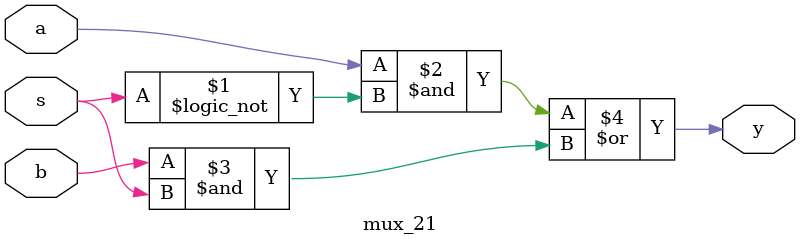
<source format=v>

module mux_21(a,b,s,y);
  input a,b;
  input s;
  output y;
//  assign y=s?b:a;  //conditional statement
  assign y = a&!s | b&s;
endmodule

</source>
